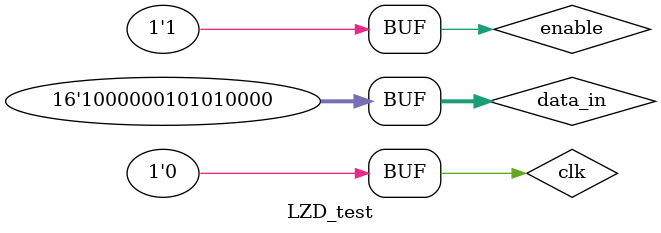
<source format=v>
`timescale 1ns/1ns
module LZD_test();
reg clk,enable;
reg [15:0]data_in;

wire [3:0]data_out;

LZD test(clk,enable,data_in,data_out);

always
begin
clk=1;
#10;
clk=0;
#10;
end

initial
begin
enable<=1;
data_in<=16'b0001010101010000;
#1;
data_in<=16'b0000010101010000;
#5;
data_in<=16'b0000000101010000;
#10;
data_in<=16'b1000000101010000;
end
endmodule

</source>
